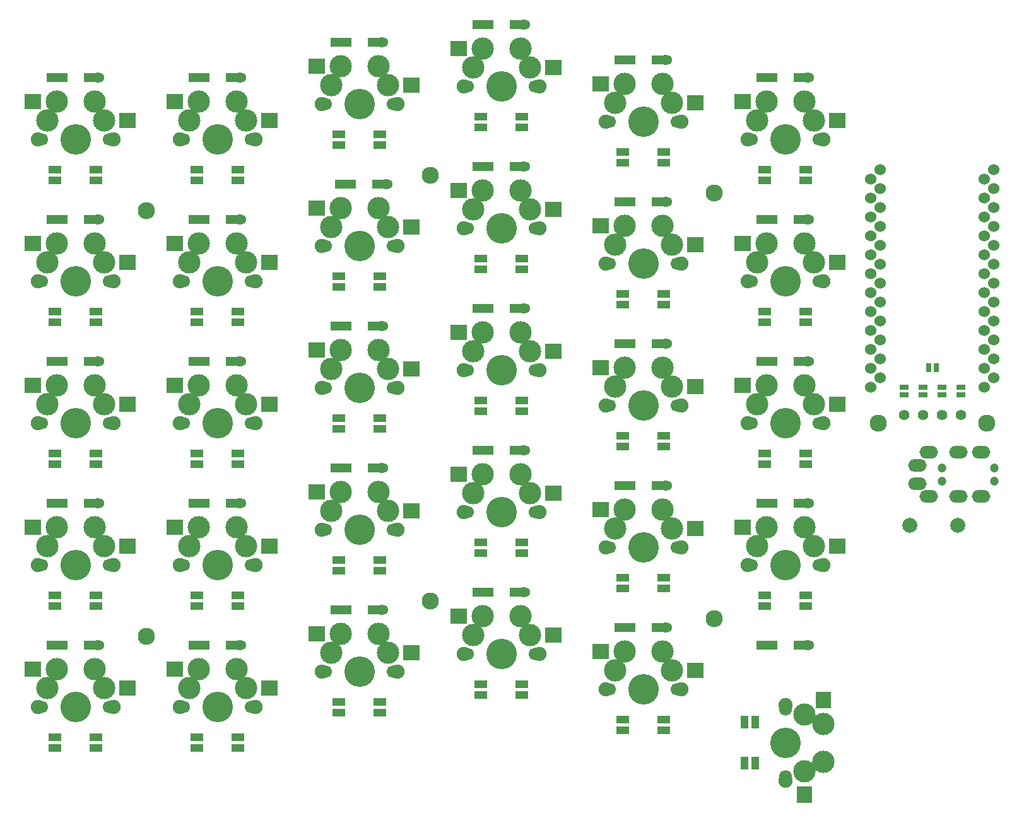
<source format=gbr>
%TF.GenerationSoftware,KiCad,Pcbnew,5.1.9-73d0e3b20d~88~ubuntu18.04.1*%
%TF.CreationDate,2021-03-13T15:22:26+09:00*%
%TF.ProjectId,swallowtail,7377616c-6c6f-4777-9461-696c2e6b6963,rev?*%
%TF.SameCoordinates,Original*%
%TF.FileFunction,Soldermask,Top*%
%TF.FilePolarity,Negative*%
%FSLAX46Y46*%
G04 Gerber Fmt 4.6, Leading zero omitted, Abs format (unit mm)*
G04 Created by KiCad (PCBNEW 5.1.9-73d0e3b20d~88~ubuntu18.04.1) date 2021-03-13 15:22:26*
%MOMM*%
%LPD*%
G01*
G04 APERTURE LIST*
%ADD10R,2.300000X2.000000*%
%ADD11C,3.000000*%
%ADD12C,4.100000*%
%ADD13C,1.900000*%
%ADD14C,1.700000*%
%ADD15R,1.400000X1.300000*%
%ADD16O,1.778000X1.300000*%
%ADD17R,1.778000X1.300000*%
%ADD18C,2.300000*%
%ADD19R,1.700000X1.000000*%
%ADD20R,1.000000X1.700000*%
%ADD21R,2.000000X2.300000*%
%ADD22C,1.200000*%
%ADD23O,2.500000X1.700000*%
%ADD24C,1.397000*%
%ADD25R,0.635000X1.143000*%
%ADD26R,1.143000X0.635000*%
%ADD27C,2.000000*%
%ADD28C,1.524000*%
G04 APERTURE END LIST*
D10*
%TO.C,SW24*%
X146303125Y-115291875D03*
X133603125Y-112751875D03*
D11*
X135493125Y-115331875D03*
X136763125Y-112791875D03*
X143113125Y-115331874D03*
X141843125Y-112791875D03*
D12*
X139303125Y-117871875D03*
D13*
X144383125Y-117871875D03*
X134223125Y-117871875D03*
D14*
X134803125Y-117871875D03*
X143803125Y-117871875D03*
%TD*%
D15*
%TO.C,D1*%
X45828125Y-52387500D03*
X42278125Y-52387500D03*
D16*
X47053125Y-52387500D03*
D17*
X41053125Y-52387500D03*
%TD*%
D15*
%TO.C,D2*%
X64878125Y-52387500D03*
X61328125Y-52387500D03*
D16*
X66103125Y-52387500D03*
D17*
X60103125Y-52387500D03*
%TD*%
D15*
%TO.C,D3*%
X83928125Y-47625000D03*
X80378125Y-47625000D03*
D16*
X85153125Y-47625000D03*
D17*
X79153125Y-47625000D03*
%TD*%
D15*
%TO.C,D4*%
X102978125Y-45243750D03*
X99428125Y-45243750D03*
D16*
X104203125Y-45243750D03*
D17*
X98203125Y-45243750D03*
%TD*%
D15*
%TO.C,D5*%
X122028125Y-50006250D03*
X118478125Y-50006250D03*
D16*
X123253125Y-50006250D03*
D17*
X117253125Y-50006250D03*
%TD*%
D15*
%TO.C,D6*%
X141078125Y-52387500D03*
X137528125Y-52387500D03*
D16*
X142303125Y-52387500D03*
D17*
X136303125Y-52387500D03*
%TD*%
D15*
%TO.C,D7*%
X45828125Y-71437500D03*
X42278125Y-71437500D03*
D16*
X47053125Y-71437500D03*
D17*
X41053125Y-71437500D03*
%TD*%
D15*
%TO.C,D8*%
X64878125Y-71437500D03*
X61328125Y-71437500D03*
D16*
X66103125Y-71437500D03*
D17*
X60103125Y-71437500D03*
%TD*%
D15*
%TO.C,D9*%
X84534375Y-66675000D03*
X80984375Y-66675000D03*
D16*
X85759375Y-66675000D03*
D17*
X79759375Y-66675000D03*
%TD*%
D15*
%TO.C,D10*%
X102978125Y-64293750D03*
X99428125Y-64293750D03*
D16*
X104203125Y-64293750D03*
D17*
X98203125Y-64293750D03*
%TD*%
D15*
%TO.C,D11*%
X122028125Y-69056250D03*
X118478125Y-69056250D03*
D16*
X123253125Y-69056250D03*
D17*
X117253125Y-69056250D03*
%TD*%
D15*
%TO.C,D12*%
X141078125Y-71437500D03*
X137528125Y-71437500D03*
D16*
X142303125Y-71437500D03*
D17*
X136303125Y-71437500D03*
%TD*%
D15*
%TO.C,D13*%
X45828125Y-90487500D03*
X42278125Y-90487500D03*
D16*
X47053125Y-90487500D03*
D17*
X41053125Y-90487500D03*
%TD*%
D15*
%TO.C,D14*%
X64878125Y-90487500D03*
X61328125Y-90487500D03*
D16*
X66103125Y-90487500D03*
D17*
X60103125Y-90487500D03*
%TD*%
D15*
%TO.C,D15*%
X83928125Y-85725000D03*
X80378125Y-85725000D03*
D16*
X85153125Y-85725000D03*
D17*
X79153125Y-85725000D03*
%TD*%
D15*
%TO.C,D16*%
X102978125Y-83343750D03*
X99428125Y-83343750D03*
D16*
X104203125Y-83343750D03*
D17*
X98203125Y-83343750D03*
%TD*%
D15*
%TO.C,D17*%
X122028125Y-88106250D03*
X118478125Y-88106250D03*
D16*
X123253125Y-88106250D03*
D17*
X117253125Y-88106250D03*
%TD*%
D15*
%TO.C,D18*%
X141078125Y-90487500D03*
X137528125Y-90487500D03*
D16*
X142303125Y-90487500D03*
D17*
X136303125Y-90487500D03*
%TD*%
D15*
%TO.C,D19*%
X45828125Y-109537500D03*
X42278125Y-109537500D03*
D16*
X47053125Y-109537500D03*
D17*
X41053125Y-109537500D03*
%TD*%
D15*
%TO.C,D20*%
X64878125Y-109537500D03*
X61328125Y-109537500D03*
D16*
X66103125Y-109537500D03*
D17*
X60103125Y-109537500D03*
%TD*%
D15*
%TO.C,D21*%
X83928125Y-104775000D03*
X80378125Y-104775000D03*
D16*
X85153125Y-104775000D03*
D17*
X79153125Y-104775000D03*
%TD*%
D15*
%TO.C,D22*%
X102978125Y-102393750D03*
X99428125Y-102393750D03*
D16*
X104203125Y-102393750D03*
D17*
X98203125Y-102393750D03*
%TD*%
D15*
%TO.C,D23*%
X122028125Y-107156250D03*
X118478125Y-107156250D03*
D16*
X123253125Y-107156250D03*
D17*
X117253125Y-107156250D03*
%TD*%
D15*
%TO.C,D24*%
X141078125Y-109537500D03*
X137528125Y-109537500D03*
D16*
X142303125Y-109537500D03*
D17*
X136303125Y-109537500D03*
%TD*%
D15*
%TO.C,D25*%
X45828125Y-128587500D03*
X42278125Y-128587500D03*
D16*
X47053125Y-128587500D03*
D17*
X41053125Y-128587500D03*
%TD*%
D15*
%TO.C,D26*%
X64878125Y-128587500D03*
X61328125Y-128587500D03*
D16*
X66103125Y-128587500D03*
D17*
X60103125Y-128587500D03*
%TD*%
D15*
%TO.C,D27*%
X83928125Y-123825000D03*
X80378125Y-123825000D03*
D16*
X85153125Y-123825000D03*
D17*
X79153125Y-123825000D03*
%TD*%
D15*
%TO.C,D28*%
X102978125Y-121443750D03*
X99428125Y-121443750D03*
D16*
X104203125Y-121443750D03*
D17*
X98203125Y-121443750D03*
%TD*%
D15*
%TO.C,D29*%
X122028125Y-126206250D03*
X118478125Y-126206250D03*
D16*
X123253125Y-126206250D03*
D17*
X117253125Y-126206250D03*
%TD*%
D15*
%TO.C,D30*%
X141078125Y-128587500D03*
X137528125Y-128587500D03*
D16*
X142303125Y-128587500D03*
D17*
X136303125Y-128587500D03*
%TD*%
D18*
%TO.C,Ref\u002A\u002A*%
X166370000Y-98821885D03*
%TD*%
%TO.C,Ref\u002A\u002A*%
X151765000Y-98821885D03*
%TD*%
%TO.C,Ref\u002A\u002A*%
X129778610Y-67865625D03*
%TD*%
%TO.C,Ref\u002A\u002A*%
X129778610Y-125015625D03*
%TD*%
%TO.C,Ref\u002A\u002A*%
X91678450Y-65484375D03*
%TD*%
%TO.C,Ref\u002A\u002A*%
X91678450Y-122634375D03*
%TD*%
%TO.C,Ref\u002A\u002A*%
X53578290Y-127396875D03*
%TD*%
%TO.C,Ref\u002A\u002A*%
X53578290Y-70246875D03*
%TD*%
D19*
%TO.C,LED1*%
X46803125Y-66184375D03*
X46803125Y-64784375D03*
X41303125Y-66184375D03*
X41303125Y-64784375D03*
%TD*%
%TO.C,LED2*%
X65853125Y-66184375D03*
X65853125Y-64784375D03*
X60353125Y-66184375D03*
X60353125Y-64784375D03*
%TD*%
%TO.C,LED3*%
X84903125Y-61421875D03*
X84903125Y-60021875D03*
X79403125Y-61421875D03*
X79403125Y-60021875D03*
%TD*%
%TO.C,LED4*%
X103953125Y-59040625D03*
X103953125Y-57640625D03*
X98453125Y-59040625D03*
X98453125Y-57640625D03*
%TD*%
%TO.C,LED5*%
X123003125Y-63803125D03*
X123003125Y-62403125D03*
X117503125Y-63803125D03*
X117503125Y-62403125D03*
%TD*%
%TO.C,LED6*%
X142053125Y-66184375D03*
X142053125Y-64784375D03*
X136553125Y-66184375D03*
X136553125Y-64784375D03*
%TD*%
%TO.C,LED7*%
X46803125Y-85234375D03*
X46803125Y-83834375D03*
X41303125Y-85234375D03*
X41303125Y-83834375D03*
%TD*%
%TO.C,LED8*%
X65853125Y-85234375D03*
X65853125Y-83834375D03*
X60353125Y-85234375D03*
X60353125Y-83834375D03*
%TD*%
%TO.C,LED9*%
X84903125Y-80471875D03*
X84903125Y-79071875D03*
X79403125Y-80471875D03*
X79403125Y-79071875D03*
%TD*%
%TO.C,LED10*%
X103953125Y-78090625D03*
X103953125Y-76690625D03*
X98453125Y-78090625D03*
X98453125Y-76690625D03*
%TD*%
%TO.C,LED11*%
X123003125Y-82853125D03*
X123003125Y-81453125D03*
X117503125Y-82853125D03*
X117503125Y-81453125D03*
%TD*%
%TO.C,LED12*%
X142053125Y-85234375D03*
X142053125Y-83834375D03*
X136553125Y-85234375D03*
X136553125Y-83834375D03*
%TD*%
%TO.C,LED13*%
X46803125Y-104284375D03*
X46803125Y-102884375D03*
X41303125Y-104284375D03*
X41303125Y-102884375D03*
%TD*%
%TO.C,LED14*%
X65853125Y-104284375D03*
X65853125Y-102884375D03*
X60353125Y-104284375D03*
X60353125Y-102884375D03*
%TD*%
%TO.C,LED15*%
X84903125Y-99521875D03*
X84903125Y-98121875D03*
X79403125Y-99521875D03*
X79403125Y-98121875D03*
%TD*%
%TO.C,LED16*%
X103953125Y-97140625D03*
X103953125Y-95740625D03*
X98453125Y-97140625D03*
X98453125Y-95740625D03*
%TD*%
%TO.C,LED17*%
X123003125Y-101903125D03*
X123003125Y-100503125D03*
X117503125Y-101903125D03*
X117503125Y-100503125D03*
%TD*%
%TO.C,LED18*%
X142053125Y-104284375D03*
X142053125Y-102884375D03*
X136553125Y-104284375D03*
X136553125Y-102884375D03*
%TD*%
%TO.C,LED19*%
X46803125Y-123334375D03*
X46803125Y-121934375D03*
X41303125Y-123334375D03*
X41303125Y-121934375D03*
%TD*%
%TO.C,LED20*%
X65853125Y-123334375D03*
X65853125Y-121934375D03*
X60353125Y-123334375D03*
X60353125Y-121934375D03*
%TD*%
%TO.C,LED21*%
X84903125Y-118571875D03*
X84903125Y-117171875D03*
X79403125Y-118571875D03*
X79403125Y-117171875D03*
%TD*%
%TO.C,LED22*%
X103953125Y-116190625D03*
X103953125Y-114790625D03*
X98453125Y-116190625D03*
X98453125Y-114790625D03*
%TD*%
%TO.C,LED23*%
X123003125Y-120953125D03*
X123003125Y-119553125D03*
X117503125Y-120953125D03*
X117503125Y-119553125D03*
%TD*%
%TO.C,LED24*%
X142053125Y-123334375D03*
X142053125Y-121934375D03*
X136553125Y-123334375D03*
X136553125Y-121934375D03*
%TD*%
%TO.C,LED25*%
X46803125Y-142384375D03*
X46803125Y-140984375D03*
X41303125Y-142384375D03*
X41303125Y-140984375D03*
%TD*%
%TO.C,LED26*%
X65853125Y-142384375D03*
X65853125Y-140984375D03*
X60353125Y-142384375D03*
X60353125Y-140984375D03*
%TD*%
%TO.C,LED27*%
X84903125Y-137621875D03*
X84903125Y-136221875D03*
X79403125Y-137621875D03*
X79403125Y-136221875D03*
%TD*%
%TO.C,LED28*%
X103953125Y-135240625D03*
X103953125Y-133840625D03*
X98453125Y-135240625D03*
X98453125Y-133840625D03*
%TD*%
%TO.C,LED29*%
X123003125Y-140003125D03*
X123003125Y-138603125D03*
X117503125Y-140003125D03*
X117503125Y-138603125D03*
%TD*%
D20*
%TO.C,LED30*%
X133840625Y-144434375D03*
X135240625Y-144434375D03*
X133840625Y-138934375D03*
X135240625Y-138934375D03*
%TD*%
D10*
%TO.C,SW29*%
X127253125Y-131960625D03*
X114553125Y-129420625D03*
D11*
X116443125Y-132000625D03*
X117713125Y-129460625D03*
X124063125Y-132000624D03*
X122793125Y-129460625D03*
D12*
X120253125Y-134540625D03*
D13*
X125333125Y-134540625D03*
X115173125Y-134540625D03*
D14*
X115753125Y-134540625D03*
X124753125Y-134540625D03*
%TD*%
D10*
%TO.C,SW4*%
X108203125Y-50998125D03*
X95503125Y-48458125D03*
D11*
X97393125Y-51038125D03*
X98663125Y-48498125D03*
X105013125Y-51038124D03*
X103743125Y-48498125D03*
D12*
X101203125Y-53578125D03*
D13*
X106283125Y-53578125D03*
X96123125Y-53578125D03*
D14*
X96703125Y-53578125D03*
X105703125Y-53578125D03*
%TD*%
D21*
%TO.C,SW30*%
X141883125Y-148684375D03*
X144423125Y-135984375D03*
D11*
X141843125Y-137874375D03*
X144383125Y-139144375D03*
X141843126Y-145494375D03*
X144383125Y-144224375D03*
D12*
X139303125Y-141684375D03*
D13*
X139303125Y-146764375D03*
X139303125Y-136604375D03*
D14*
X139303125Y-137184375D03*
X139303125Y-146184375D03*
%TD*%
D10*
%TO.C,SW25*%
X51053125Y-134341875D03*
X38353125Y-131801875D03*
D11*
X40243125Y-134381875D03*
X41513125Y-131841875D03*
X47863125Y-134381874D03*
X46593125Y-131841875D03*
D12*
X44053125Y-136921875D03*
D13*
X49133125Y-136921875D03*
X38973125Y-136921875D03*
D14*
X39553125Y-136921875D03*
X48553125Y-136921875D03*
%TD*%
D22*
%TO.C,J1*%
X160346500Y-104787135D03*
X167346500Y-104787135D03*
D23*
X158546500Y-102687135D03*
X157046500Y-106887135D03*
X165546500Y-102687135D03*
X162546500Y-102687135D03*
D22*
X167346500Y-106537135D03*
X160346500Y-106537135D03*
D23*
X165546500Y-108637135D03*
X162546500Y-108637135D03*
X158546500Y-108637135D03*
X157046500Y-104437135D03*
%TD*%
D24*
%TO.C,J2*%
X155257500Y-97647135D03*
X157797500Y-97647135D03*
X160337500Y-97647135D03*
X162877500Y-97647135D03*
%TD*%
D25*
%TO.C,JP2*%
X159567880Y-91297135D03*
X158567120Y-91297135D03*
%TD*%
D26*
%TO.C,JP7*%
X162877500Y-94972515D03*
X162877500Y-93971755D03*
%TD*%
%TO.C,JP8*%
X160337500Y-93971755D03*
X160337500Y-94972515D03*
%TD*%
%TO.C,JP9*%
X157797500Y-94972515D03*
X157797500Y-93971755D03*
%TD*%
%TO.C,JP10*%
X155257500Y-93971755D03*
X155257500Y-94972515D03*
%TD*%
D27*
%TO.C,RSW1*%
X162496500Y-112490260D03*
X155996500Y-112490260D03*
%TD*%
D10*
%TO.C,SW1*%
X51053125Y-58141875D03*
X38353125Y-55601875D03*
D11*
X40243125Y-58181875D03*
X41513125Y-55641875D03*
X47863125Y-58181874D03*
X46593125Y-55641875D03*
D12*
X44053125Y-60721875D03*
D13*
X49133125Y-60721875D03*
X38973125Y-60721875D03*
D14*
X39553125Y-60721875D03*
X48553125Y-60721875D03*
%TD*%
%TO.C,SW2*%
X67603125Y-60721875D03*
X58603125Y-60721875D03*
D13*
X58023125Y-60721875D03*
X68183125Y-60721875D03*
D12*
X63103125Y-60721875D03*
D11*
X65643125Y-55641875D03*
X66913125Y-58181874D03*
X60563125Y-55641875D03*
X59293125Y-58181875D03*
D10*
X57403125Y-55601875D03*
X70103125Y-58141875D03*
%TD*%
D14*
%TO.C,SW3*%
X86653125Y-55959375D03*
X77653125Y-55959375D03*
D13*
X77073125Y-55959375D03*
X87233125Y-55959375D03*
D12*
X82153125Y-55959375D03*
D11*
X84693125Y-50879375D03*
X85963125Y-53419374D03*
X79613125Y-50879375D03*
X78343125Y-53419375D03*
D10*
X76453125Y-50839375D03*
X89153125Y-53379375D03*
%TD*%
D14*
%TO.C,SW5*%
X124753125Y-58340625D03*
X115753125Y-58340625D03*
D13*
X115173125Y-58340625D03*
X125333125Y-58340625D03*
D12*
X120253125Y-58340625D03*
D11*
X122793125Y-53260625D03*
X124063125Y-55800624D03*
X117713125Y-53260625D03*
X116443125Y-55800625D03*
D10*
X114553125Y-53220625D03*
X127253125Y-55760625D03*
%TD*%
D14*
%TO.C,SW6*%
X143803125Y-60721875D03*
X134803125Y-60721875D03*
D13*
X134223125Y-60721875D03*
X144383125Y-60721875D03*
D12*
X139303125Y-60721875D03*
D11*
X141843125Y-55641875D03*
X143113125Y-58181874D03*
X136763125Y-55641875D03*
X135493125Y-58181875D03*
D10*
X133603125Y-55601875D03*
X146303125Y-58141875D03*
%TD*%
D14*
%TO.C,SW7*%
X48553125Y-79771875D03*
X39553125Y-79771875D03*
D13*
X38973125Y-79771875D03*
X49133125Y-79771875D03*
D12*
X44053125Y-79771875D03*
D11*
X46593125Y-74691875D03*
X47863125Y-77231874D03*
X41513125Y-74691875D03*
X40243125Y-77231875D03*
D10*
X38353125Y-74651875D03*
X51053125Y-77191875D03*
%TD*%
D14*
%TO.C,SW8*%
X67603125Y-79771875D03*
X58603125Y-79771875D03*
D13*
X58023125Y-79771875D03*
X68183125Y-79771875D03*
D12*
X63103125Y-79771875D03*
D11*
X65643125Y-74691875D03*
X66913125Y-77231874D03*
X60563125Y-74691875D03*
X59293125Y-77231875D03*
D10*
X57403125Y-74651875D03*
X70103125Y-77191875D03*
%TD*%
%TO.C,SW9*%
X89153125Y-72429375D03*
X76453125Y-69889375D03*
D11*
X78343125Y-72469375D03*
X79613125Y-69929375D03*
X85963125Y-72469374D03*
X84693125Y-69929375D03*
D12*
X82153125Y-75009375D03*
D13*
X87233125Y-75009375D03*
X77073125Y-75009375D03*
D14*
X77653125Y-75009375D03*
X86653125Y-75009375D03*
%TD*%
%TO.C,SW10*%
X105703125Y-72628125D03*
X96703125Y-72628125D03*
D13*
X96123125Y-72628125D03*
X106283125Y-72628125D03*
D12*
X101203125Y-72628125D03*
D11*
X103743125Y-67548125D03*
X105013125Y-70088124D03*
X98663125Y-67548125D03*
X97393125Y-70088125D03*
D10*
X95503125Y-67508125D03*
X108203125Y-70048125D03*
%TD*%
D14*
%TO.C,SW11*%
X124753125Y-77390625D03*
X115753125Y-77390625D03*
D13*
X115173125Y-77390625D03*
X125333125Y-77390625D03*
D12*
X120253125Y-77390625D03*
D11*
X122793125Y-72310625D03*
X124063125Y-74850624D03*
X117713125Y-72310625D03*
X116443125Y-74850625D03*
D10*
X114553125Y-72270625D03*
X127253125Y-74810625D03*
%TD*%
D14*
%TO.C,SW12*%
X143803125Y-79771875D03*
X134803125Y-79771875D03*
D13*
X134223125Y-79771875D03*
X144383125Y-79771875D03*
D12*
X139303125Y-79771875D03*
D11*
X141843125Y-74691875D03*
X143113125Y-77231874D03*
X136763125Y-74691875D03*
X135493125Y-77231875D03*
D10*
X133603125Y-74651875D03*
X146303125Y-77191875D03*
%TD*%
%TO.C,SW13*%
X51053125Y-96241875D03*
X38353125Y-93701875D03*
D11*
X40243125Y-96281875D03*
X41513125Y-93741875D03*
X47863125Y-96281874D03*
X46593125Y-93741875D03*
D12*
X44053125Y-98821875D03*
D13*
X49133125Y-98821875D03*
X38973125Y-98821875D03*
D14*
X39553125Y-98821875D03*
X48553125Y-98821875D03*
%TD*%
D10*
%TO.C,SW14*%
X70103125Y-96241875D03*
X57403125Y-93701875D03*
D11*
X59293125Y-96281875D03*
X60563125Y-93741875D03*
X66913125Y-96281874D03*
X65643125Y-93741875D03*
D12*
X63103125Y-98821875D03*
D13*
X68183125Y-98821875D03*
X58023125Y-98821875D03*
D14*
X58603125Y-98821875D03*
X67603125Y-98821875D03*
%TD*%
%TO.C,SW15*%
X86653125Y-94059375D03*
X77653125Y-94059375D03*
D13*
X77073125Y-94059375D03*
X87233125Y-94059375D03*
D12*
X82153125Y-94059375D03*
D11*
X84693125Y-88979375D03*
X85963125Y-91519374D03*
X79613125Y-88979375D03*
X78343125Y-91519375D03*
D10*
X76453125Y-88939375D03*
X89153125Y-91479375D03*
%TD*%
%TO.C,SW16*%
X108203125Y-89098125D03*
X95503125Y-86558125D03*
D11*
X97393125Y-89138125D03*
X98663125Y-86598125D03*
X105013125Y-89138124D03*
X103743125Y-86598125D03*
D12*
X101203125Y-91678125D03*
D13*
X106283125Y-91678125D03*
X96123125Y-91678125D03*
D14*
X96703125Y-91678125D03*
X105703125Y-91678125D03*
%TD*%
D10*
%TO.C,SW17*%
X127253125Y-93860625D03*
X114553125Y-91320625D03*
D11*
X116443125Y-93900625D03*
X117713125Y-91360625D03*
X124063125Y-93900624D03*
X122793125Y-91360625D03*
D12*
X120253125Y-96440625D03*
D13*
X125333125Y-96440625D03*
X115173125Y-96440625D03*
D14*
X115753125Y-96440625D03*
X124753125Y-96440625D03*
%TD*%
D10*
%TO.C,SW18*%
X146303125Y-96241875D03*
X133603125Y-93701875D03*
D11*
X135493125Y-96281875D03*
X136763125Y-93741875D03*
X143113125Y-96281874D03*
X141843125Y-93741875D03*
D12*
X139303125Y-98821875D03*
D13*
X144383125Y-98821875D03*
X134223125Y-98821875D03*
D14*
X134803125Y-98821875D03*
X143803125Y-98821875D03*
%TD*%
D10*
%TO.C,SW19*%
X51053125Y-115291875D03*
X38353125Y-112751875D03*
D11*
X40243125Y-115331875D03*
X41513125Y-112791875D03*
X47863125Y-115331874D03*
X46593125Y-112791875D03*
D12*
X44053125Y-117871875D03*
D13*
X49133125Y-117871875D03*
X38973125Y-117871875D03*
D14*
X39553125Y-117871875D03*
X48553125Y-117871875D03*
%TD*%
D10*
%TO.C,SW20*%
X70103125Y-115291875D03*
X57403125Y-112751875D03*
D11*
X59293125Y-115331875D03*
X60563125Y-112791875D03*
X66913125Y-115331874D03*
X65643125Y-112791875D03*
D12*
X63103125Y-117871875D03*
D13*
X68183125Y-117871875D03*
X58023125Y-117871875D03*
D14*
X58603125Y-117871875D03*
X67603125Y-117871875D03*
%TD*%
D10*
%TO.C,SW21*%
X89153125Y-110529375D03*
X76453125Y-107989375D03*
D11*
X78343125Y-110569375D03*
X79613125Y-108029375D03*
X85963125Y-110569374D03*
X84693125Y-108029375D03*
D12*
X82153125Y-113109375D03*
D13*
X87233125Y-113109375D03*
X77073125Y-113109375D03*
D14*
X77653125Y-113109375D03*
X86653125Y-113109375D03*
%TD*%
%TO.C,SW22*%
X105703125Y-110728125D03*
X96703125Y-110728125D03*
D13*
X96123125Y-110728125D03*
X106283125Y-110728125D03*
D12*
X101203125Y-110728125D03*
D11*
X103743125Y-105648125D03*
X105013125Y-108188124D03*
X98663125Y-105648125D03*
X97393125Y-108188125D03*
D10*
X95503125Y-105608125D03*
X108203125Y-108148125D03*
%TD*%
%TO.C,SW23*%
X127253125Y-112910625D03*
X114553125Y-110370625D03*
D11*
X116443125Y-112950625D03*
X117713125Y-110410625D03*
X124063125Y-112950624D03*
X122793125Y-110410625D03*
D12*
X120253125Y-115490625D03*
D13*
X125333125Y-115490625D03*
X115173125Y-115490625D03*
D14*
X115753125Y-115490625D03*
X124753125Y-115490625D03*
%TD*%
%TO.C,SW26*%
X67603125Y-136921875D03*
X58603125Y-136921875D03*
D13*
X58023125Y-136921875D03*
X68183125Y-136921875D03*
D12*
X63103125Y-136921875D03*
D11*
X65643125Y-131841875D03*
X66913125Y-134381874D03*
X60563125Y-131841875D03*
X59293125Y-134381875D03*
D10*
X57403125Y-131801875D03*
X70103125Y-134341875D03*
%TD*%
D14*
%TO.C,SW27*%
X86653125Y-132159375D03*
X77653125Y-132159375D03*
D13*
X77073125Y-132159375D03*
X87233125Y-132159375D03*
D12*
X82153125Y-132159375D03*
D11*
X84693125Y-127079375D03*
X85963125Y-129619374D03*
X79613125Y-127079375D03*
X78343125Y-129619375D03*
D10*
X76453125Y-127039375D03*
X89153125Y-129579375D03*
%TD*%
D14*
%TO.C,SW28*%
X105703125Y-129778125D03*
X96703125Y-129778125D03*
D13*
X96123125Y-129778125D03*
X106283125Y-129778125D03*
D12*
X101203125Y-129778125D03*
D11*
X103743125Y-124698125D03*
X105013125Y-127238124D03*
X98663125Y-124698125D03*
X97393125Y-127238125D03*
D10*
X95503125Y-124658125D03*
X108203125Y-127198125D03*
%TD*%
D28*
%TO.C,U1*%
X152082500Y-64754135D03*
X152082500Y-67294135D03*
X152082500Y-69834135D03*
X152082500Y-72374135D03*
X152082500Y-74914135D03*
X152082500Y-77454135D03*
X152082500Y-79994135D03*
X152082500Y-82534135D03*
X152082500Y-85074135D03*
X152082500Y-87614135D03*
X152082500Y-90154135D03*
X152082500Y-92694135D03*
X167302500Y-92694135D03*
X167302500Y-90154135D03*
X167302500Y-87614135D03*
X167302500Y-85074135D03*
X167302500Y-82534135D03*
X167302500Y-79994135D03*
X167302500Y-77454135D03*
X167302500Y-74914135D03*
X167302500Y-72374135D03*
X167302500Y-69834135D03*
X167302500Y-67294135D03*
X167302500Y-64754135D03*
X150756100Y-66024135D03*
X150756100Y-68564135D03*
X150756100Y-71104135D03*
X150756100Y-73644135D03*
X150756100Y-76184135D03*
X150756100Y-78724135D03*
X150756100Y-81264135D03*
X150756100Y-83804135D03*
X150756100Y-86344135D03*
X150756100Y-88884135D03*
X150756100Y-91424135D03*
X150756100Y-93964135D03*
X165996100Y-93964135D03*
X165996100Y-91424135D03*
X165996100Y-88884135D03*
X165996100Y-86344135D03*
X165996100Y-83804135D03*
X165996100Y-81264135D03*
X165996100Y-78724135D03*
X165996100Y-76184135D03*
X165996100Y-73644135D03*
X165996100Y-71104135D03*
X165996100Y-68564135D03*
X165996100Y-66024135D03*
%TD*%
M02*

</source>
